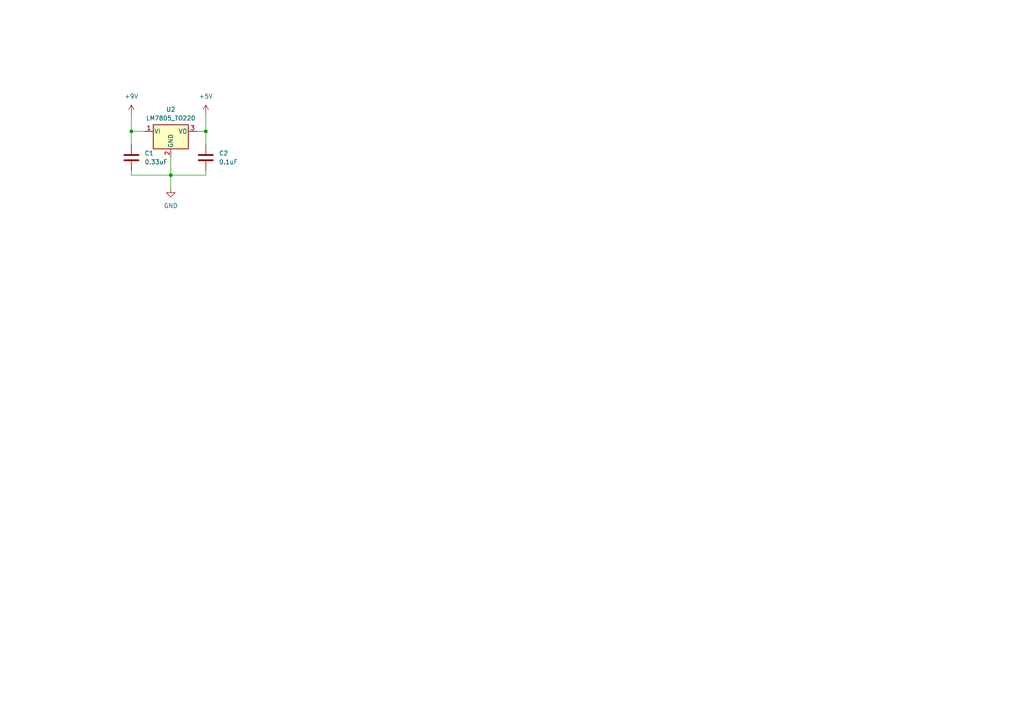
<source format=kicad_sch>
(kicad_sch (version 20250114) (generator "eeschema") (generator_version "9.0")
  (paper "A4")
  (lib_symbols
    (symbol "Device:C" (pin_numbers (hide yes)) (pin_names (offset 0.254))
      (property "Reference" "C" (at 0.635 2.54 0))
      (property "Value" "C" (at 0.635 -2.54 0))
      (symbol "C_0_1"
        (polyline (pts (xy -2.032 0.762) (xy 2.032 0.762)) (stroke (width 0.508)))
        (polyline (pts (xy -2.032 -0.762) (xy 2.032 -0.762)) (stroke (width 0.508)))
      )
      (symbol "C_1_1"
        (pin passive line (at 0 3.81 270) (length 2.794) (name "~") (number "1"))
        (pin passive line (at 0 -3.81 90) (length 2.794) (name "~") (number "2"))
      )
    )
    (symbol "Regulator_Linear:LM7805_TO220" (pin_names (offset 0.254))
      (property "Reference" "U" (at -3.81 3.175 0))
      (property "Value" "LM7805_TO220" (at 0 3.175 0))
      (symbol "LM7805_TO220_0_1"
        (rectangle (start -5.08 1.905) (end 5.08 -5.08) (stroke (width 0.254)) (fill (type background)))
      )
      (symbol "LM7805_TO220_1_1"
        (pin power_in line (at -7.62 0 0) (length 2.54) (name "VI") (number "1"))
        (pin power_in line (at 0 -7.62 90) (length 2.54) (name "GND") (number "2"))
        (pin power_out line (at 7.62 0 180) (length 2.54) (name "VO") (number "3"))
      )
    )
    (symbol "power:+5V" (power) (pin_numbers (hide yes)) (pin_names (offset 0) (hide yes))
      (property "Value" "+5V" (at 0 3.556 0))
      (symbol "+5V_0_1"
        (polyline (pts (xy -0.762 1.27) (xy 0 2.54)))
        (polyline (pts (xy 0 2.54) (xy 0.762 1.27)))
        (polyline (pts (xy 0 0) (xy 0 2.54)))
      )
      (symbol "+5V_1_1"
        (pin power_in line (at 0 0 90) (length 0) (name "~") (number "1"))
      )
    )
    (symbol "power:+9V" (power) (pin_numbers (hide yes)) (pin_names (offset 0) (hide yes))
      (property "Value" "+9V" (at 0 3.556 0))
      (symbol "+9V_0_1"
        (polyline (pts (xy -0.762 1.27) (xy 0 2.54)))
        (polyline (pts (xy 0 2.54) (xy 0.762 1.27)))
        (polyline (pts (xy 0 0) (xy 0 2.54)))
      )
      (symbol "+9V_1_1"
        (pin power_in line (at 0 0 90) (length 0) (name "~") (number "1"))
      )
    )
    (symbol "power:GND" (power) (pin_numbers (hide yes)) (pin_names (offset 0) (hide yes))
      (property "Value" "GND" (at 0 -3.81 0))
      (symbol "GND_0_1"
        (polyline (pts (xy 0 0) (xy 0 -1.27) (xy 1.27 -1.27) (xy 0 -2.54) (xy -1.27 -1.27) (xy 0 -1.27)))
      )
      (symbol "GND_1_1"
        (pin power_in line (at 0 0 270) (length 0) (name "~") (number "1"))
      )
    )
  )
  (junction (at 49.53 50.8))
  (junction (at 59.69 38.1))
  (junction (at 38.1 38.1))
  (wire (pts (xy 59.69 33.02) (xy 59.69 38.1)))
  (wire (pts (xy 59.69 49.53) (xy 59.69 50.8)))
  (wire (pts (xy 49.53 50.8) (xy 49.53 54.61)))
  (wire (pts (xy 38.1 41.91) (xy 38.1 38.1)))
  (wire (pts (xy 59.69 41.91) (xy 59.69 38.1)))
  (wire (pts (xy 38.1 33.02) (xy 38.1 38.1)))
  (wire (pts (xy 38.1 49.53) (xy 38.1 50.8)))
  (wire (pts (xy 38.1 50.8) (xy 49.53 50.8)))
  (wire (pts (xy 49.53 45.72) (xy 49.53 50.8)))
  (wire (pts (xy 38.1 38.1) (xy 41.91 38.1)))
  (wire (pts (xy 59.69 50.8) (xy 49.53 50.8)))
  (wire (pts (xy 59.69 38.1) (xy 57.15 38.1)))
  (symbol (lib_id "power:+9V") (at 38.1 33.02 0) (unit 1)
    (property "Reference" "#PWR02" (effects (hide yes)))
    (property "Value" "+9V" (at 38.1 27.94 0))
    (property "Description" "Power symbol creates a global label with name \"+9V\"" (effects (hide yes)))
  )
  (symbol (lib_id "power:+5V") (at 59.69 33.02 0) (unit 1)
    (property "Reference" "#PWR03" (effects (hide yes)))
    (property "Value" "+5V" (at 59.69 27.94 0))
    (property "Description" "Power symbol creates a global label with name \"+5V\"" (effects (hide yes)))
  )
  (symbol (lib_id "Regulator_Linear:LM7805_TO220") (at 49.53 38.1 0) (unit 1)
    (property "Reference" "U2" (at 49.53 31.75 0))
    (property "Value" "LM7805_TO220" (at 49.53 34.29 0))
    (property "Footprint" "Package_TO_SOT_THT:TO-220-3_Vertical" (effects (hide yes)))
    (property "Datasheet" "https://www.onsemi.cn/PowerSolutions/document/MC7800-D.PDF" (effects (hide yes)))
    (property "Description" "Positive 1A 35V Linear Regulator, Fixed Output 5V, TO-220" (effects (hide yes)))
  )
  (symbol (lib_id "power:GND") (at 49.53 54.61 0) (unit 1)
    (property "Reference" "#PWR01" (effects (hide yes)))
    (property "Value" "GND" (at 49.53 59.69 0))
    (property "Description" "Power symbol creates a global label with name \"GND\" , ground" (effects (hide yes)))
  )
  (symbol (lib_id "Device:C") (at 38.1 45.72 0) (unit 1)
    (property "Reference" "C1" (at 41.91 44.4499 0) (effects (justify left)))
    (property "Value" "0.33uF" (at 41.91 46.9899 0) (effects (justify left)))
    (property "Description" "Unpolarized capacitor" (effects (hide yes)))
  )
  (symbol (lib_id "Device:C") (at 59.69 45.72 0) (unit 1)
    (property "Reference" "C2" (at 63.5 44.4499 0) (effects (justify left)))
    (property "Value" "0.1uF" (at 63.5 46.9899 0) (effects (justify left)))
    (property "Description" "Unpolarized capacitor" (effects (hide yes)))
  )
)
</source>
